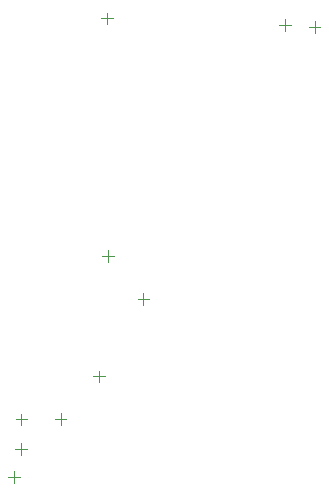
<source format=gbr>
%FSTAX23Y23*%
%MOIN*%
%SFA1B1*%

%IPPOS*%
%ADD147C,0.003937*%
%LNx98_carrier_v1r2_12082022_top_component_center-1*%
%LPD*%
G54D147*
X00367Y01592D02*
X00406D01*
X00387Y01572D02*
Y01611D01*
X00389Y0078D02*
Y00819D01*
X0037Y008D02*
X00409D01*
X00489Y00657D02*
X00528D01*
X00508Y00637D02*
Y00676D01*
X00212Y00256D02*
X00251D01*
X00232Y00236D02*
Y00275D01*
X00078Y00044D02*
Y00083D01*
X00058Y00064D02*
X00097D01*
X01059Y01564D02*
X01098D01*
X01079Y01544D02*
Y01584D01*
X0096Y01569D02*
X00999D01*
X0098Y01549D02*
Y01589D01*
X00099Y00136D02*
Y00175D01*
X0008Y00156D02*
X00119D01*
X00101Y00235D02*
Y00274D01*
X00082Y00255D02*
X00121D01*
X00341Y00398D02*
X0038D01*
X0036Y00378D02*
Y00417D01*
M02*
</source>
